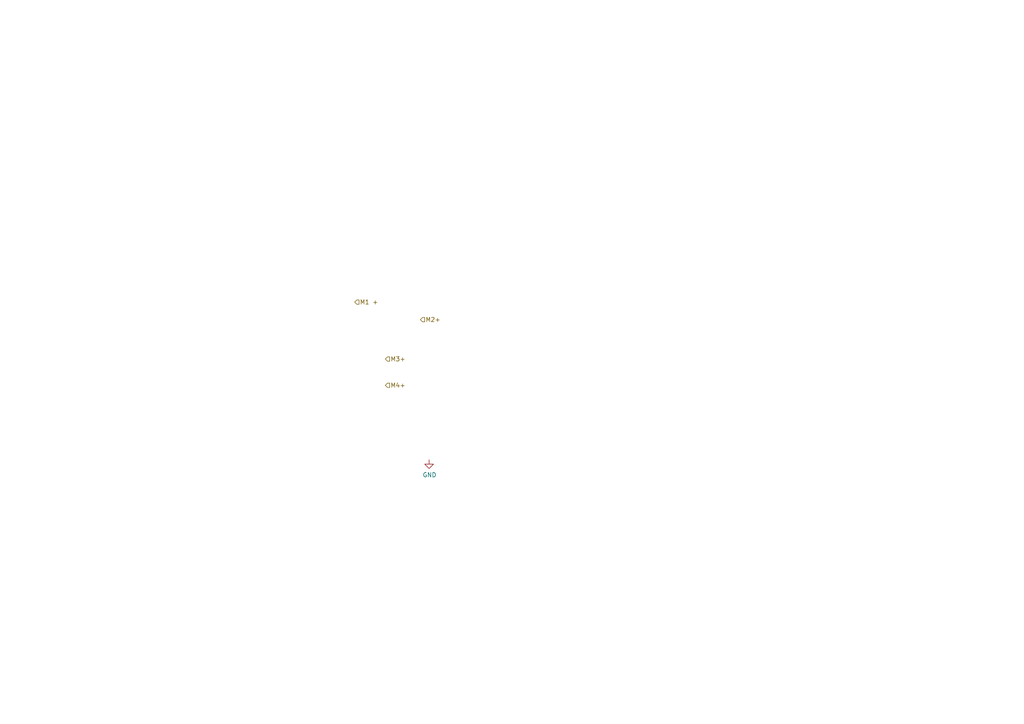
<source format=kicad_sch>
(kicad_sch (version 20231120) (generator "eeschema") (generator_version "8.0")
  (paper "A4")
  (lib_symbols
    (symbol "power:GND" (power) (pin_names (offset 0))
      (property "Value" "GND" (at 0 -3.81 0))
      (symbol "GND_0_1"
        (polyline (pts (xy 0 0) (xy 0 -1.27) (xy 1.27 -1.27) (xy 0 -2.54) (xy -1.27 -1.27) (xy 0 -1.27)))
      )
      (symbol "GND_1_1"
        (pin power_in line (at 0 0 270) (length 0) hide (name "GND") (number "1"))
      )
    )
  )
  (hierarchical_label "M3+" (shape input) (at 111.76 104.14 0))
  (hierarchical_label "M1 +" (shape input) (at 102.87 87.63 0))
  (hierarchical_label "M2+" (shape input) (at 121.92 92.71 0))
  (hierarchical_label "M4+" (shape input) (at 111.76 111.76 0))
  (symbol (lib_id "power:GND") (at 124.46 133.35 0) (unit 1)
    (property "Reference" "#PWR011" (effects (hide yes)))
    (property "Value" "GND" (at 124.587 137.7442 0))
  )
)
</source>
